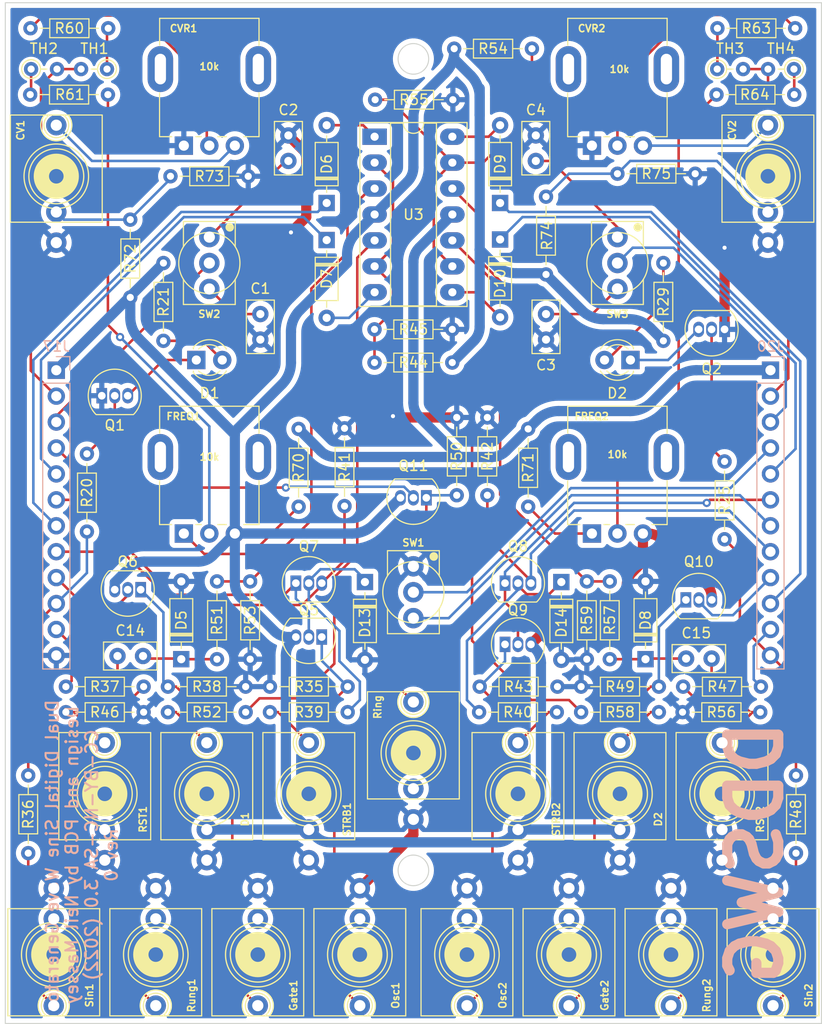
<source format=kicad_pcb>
(kicad_pcb (version 20211014) (generator pcbnew)
  (layers (0 "F.Cu" signal) (31 "B.Cu" signal) (34 "B.Paste" user) (35 "F.Paste" user) (36 "B.SilkS" user "B.Silkscreen") (37 "F.SilkS" user "F.Silkscreen") (38 "B.Mask" user) (39 "F.Mask" user) (44 "Edge.Cuts" user))
  (net 0 "")
  (net 1 "Net-(C14-Pad1)")
  (net 2 "Net-(C14-Pad2)")
  (net 3 "Net-(C15-Pad1)")
  (net 4 "Net-(C15-Pad2)")
  (net 5 "GND")
  (net 6 "Net-(CVR1-Pad2)")
  (net 7 "Net-(CVR1-Pad3)")
  (net 8 "Net-(CVR2-Pad2)")
  (net 9 "Net-(CVR2-Pad3)")
  (net 10 "Net-(D1-Pad1)")
  (net 11 "Net-(D1-Pad2)")
  (net 12 "Net-(D2-Pad1)")
  (net 13 "Net-(D2-Pad2)")
  (net 14 "Rst1")
  (net 15 "Net-(D6-Pad2)")
  (net 16 "D1")
  (net 17 "Net-(D7-Pad2)")
  (net 18 "Rst2")
  (net 19 "Net-(D9-Pad2)")
  (net 20 "D2")
  (net 21 "Net-(D10-Pad2)")
  (net 22 "Net-(FREQ1-Pad2)")
  (net 23 "12v")
  (net 24 "Net-(FREQ2-Pad2)")
  (net 25 "Net-(J4-PadT)")
  (net 26 "Net-(J5-PadT)")
  (net 27 "Net-(J6-PadT)")
  (net 29 "Net-(J7-PadT)")
  (net 31 "Net-(J8-PadT)")
  (net 33 "Net-(J9-PadT)")
  (net 35 "Net-(J11-PadT)")
  (net 36 "Net-(J12-PadT)")
  (net 38 "Net-(J13-PadT)")
  (net 40 "Net-(J14-PadT)")
  (net 42 "Net-(J15-PadT)")
  (net 44 "Net-(J16-PadT)")
  (net 46 "Osc1")
  (net 47 "Sin1")
  (net 48 "Rung1")
  (net 49 "QA8")
  (net 50 "RM")
  (net 51 "Clk1")
  (net 52 "CV1")
  (net 53 "-12v")
  (net 54 "Net-(J19-PadT)")
  (net 55 "Osc2")
  (net 56 "Sin2")
  (net 57 "Rung2")
  (net 58 "QB8")
  (net 59 "Osc3")
  (net 60 "Clk2")
  (net 61 "CV2")
  (net 62 "Osc3sw")
  (net 63 "Net-(Q1-Pad2)")
  (net 64 "Net-(Q2-Pad2)")
  (net 65 "Net-(C1-Pad1)")
  (net 66 "Net-(C2-Pad1)")
  (net 67 "Net-(R44-Pad2)")
  (net 68 "Net-(R51-Pad1)")
  (net 69 "Net-(R52-Pad1)")
  (net 70 "Net-(R54-Pad2)")
  (net 71 "Net-(R57-Pad1)")
  (net 72 "Net-(R58-Pad1)")
  (net 73 "Net-(R60-Pad2)")
  (net 74 "Net-(R61-Pad2)")
  (net 75 "Net-(R63-Pad2)")
  (net 76 "Net-(R64-Pad2)")
  (net 77 "Net-(C3-Pad1)")
  (net 78 "Net-(FREQ1-Pad1)")
  (net 79 "Net-(FREQ2-Pad1)")
  (net 80 "Net-(J21-PadTN)")
  (net 81 "Net-(J22-PadTN)")
  (net 82 "Net-(C4-Pad1)")
  (net 83 "Net-(D13-Pad1)")
  (net 84 "Net-(D14-Pad1)")
  (net 85 "RATESEL1")
  (net 86 "RATESEL2")
  (footprint "Resistor_THT:R_Axial_DIN0204_L3.6mm_D1.6mm_P7.62mm_Horizontal" (layer "F.Cu") (at 13.56 69.5 180)
    (fp_text reference "R46")
    (fp_text value "100k")
  )
  (footprint "Resistor_THT:R_Axial_DIN0204_L3.6mm_D1.6mm_P7.62mm_Horizontal" (layer "F.Cu") (at 2.25 75.69 -90)
    (fp_text reference "R36")
    (fp_text value "1k")
  )
  (footprint "Resistor_THT:R_Axial_DIN0204_L3.6mm_D1.6mm_P7.62mm_Horizontal" (layer "F.Cu") (at 36.19 32)
    (fp_text reference "R45")
    (fp_text value "15k")
  )
  (footprint "Package_TO_SOT_THT:TO-92_Inline" (layer "F.Cu") (at 70.5 32 180)
    (fp_text reference "Q2")
    (fp_text value "2N3904")
  )
  (footprint "Resistor_THT:R_Axial_DIN0204_L3.6mm_D1.6mm_P7.62mm_Horizontal" (layer "F.Cu") (at 70.5 44.94 -90)
    (fp_text reference "R25")
    (fp_text value "100k")
  )
  (footprint "LED_THT:LED_D3.0mm" (layer "F.Cu") (at 61.275 35 180)
    (fp_text reference "D2")
    (fp_text value "LED")
  )
  (footprint "winterbloom:AudioJack_WQP518MA" (layer "F.Cu") (at 75.25 93.25 180)
    (fp_text reference "J14" hide)
    (fp_text value "Sin2")
  )
  (footprint "Resistor_THT:R_Axial_DIN0204_L3.6mm_D1.6mm_P7.62mm_Horizontal" (layer "F.Cu") (at 46.5 67)
    (fp_text reference "R43")
    (fp_text value "1k")
  )
  (footprint "Resistor_THT:R_Axial_DIN0204_L3.6mm_D1.6mm_P2.54mm_Vertical" (layer "F.Cu") (at 9.97 6.5 180)
    (fp_text reference "TH1")
    (fp_text value "10k")
  )
  (footprint "winterbloom:AudioJack_WQP518MA" (layer "F.Cu") (at 60.25 77.5)
    (fp_text reference "J19" hide)
    (fp_text value "D2")
  )
  (footprint "winterbloom:AudioJack_WQP518MA" (layer "F.Cu") (at 74.75 17)
    (fp_text reference "J22" hide)
    (fp_text value "CV2")
  )
  (footprint "winterbloom:Potentiometer_Alpha_R0904N" (layer "F.Cu") (at 20 6.5)
    (fp_text reference "CVR1")
    (fp_text value "10k")
  )
  (footprint "Diode_THT:D_DO-35_SOD27_P7.62mm_Horizontal" (layer "F.Cu") (at 17.25 64.31 90)
    (fp_text reference "D5")
    (fp_text value "1N4148")
  )
  (footprint "winterbloom:AudioJack_WQP518MA" (layer "F.Cu") (at 55.25 93.25 180)
    (fp_text reference "J15" hide)
    (fp_text value "Gate2")
  )
  (footprint "Resistor_THT:R_Axial_DIN0204_L3.6mm_D1.6mm_P7.62mm_Horizontal" (layer "F.Cu") (at 16.19 17)
    (fp_text reference "R73")
    (fp_text value "22k")
  )
  (footprint "Package_TO_SOT_THT:TO-92_Inline" (layer "F.Cu") (at 66.71 58.5)
    (fp_text reference "Q10")
    (fp_text value "2N3904")
  )
  (footprint "winterbloom:AudioJack_WQP518MA" (layer "F.Cu") (at 14.75 93.25 180)
    (fp_text reference "J8" hide)
    (fp_text value "Rung1")
  )
  (footprint "Package_TO_SOT_THT:TO-92_Inline" (layer "F.Cu") (at 13.27 57.5 180)
    (fp_text reference "Q6")
    (fp_text value "2N3904")
  )
  (footprint "Capacitor_THT:C_Disc_D5.0mm_W2.5mm_P2.50mm" (layer "F.Cu") (at 66.73 64.25)
    (fp_text reference "C15")
    (fp_text value "10nF")
  )
  (footprint "Resistor_THT:R_Axial_DIN0204_L3.6mm_D1.6mm_P7.62mm_Horizontal" (layer "F.Cu") (at 15.94 67)
    (fp_text reference "R38")
    (fp_text value "1k")
  )
  (footprint "Resistor_THT:R_Axial_DIN0204_L3.6mm_D1.6mm_P2.54mm_Vertical" (layer "F.Cu") (at 69.78 6.5)
    (fp_text reference "TH3")
    (fp_text value "10k")
  )
  (footprint "Capacitor_THT:C_Disc_D5.0mm_W2.5mm_P2.50mm" (layer "F.Cu") (at 52 15.5 90)
    (fp_text reference "C4")
    (fp_text value "100nF")
  )
  (footprint "Resistor_THT:R_Axial_DIN0204_L3.6mm_D1.6mm_P7.62mm_Horizontal" (layer "F.Cu") (at 53 26.62 90)
    (fp_text reference "R74")
    (fp_text value "100k")
  )
  (footprint "Package_TO_SOT_THT:TO-92_Inline" (layer "F.Cu") (at 31.02 62.14 180)
    (fp_text reference "Q5")
    (fp_text value "2N3904")
  )
  (footprint "winterbloom:Potentiometer_Alpha_R0904N" (layer "F.Cu") (at 20 44.5)
    (fp_text reference "FREQ1")
    (fp_text value "10k")
  )
  (footprint "winterbloom:Potentiometer_Alpha_R0904N" (layer "F.Cu") (at 60 6.5)
    (fp_text reference "CVR2")
    (fp_text value "10k")
  )
  (footprint "winterbloom:AudioJack_WQP518MA" (layer "F.Cu") (at 9.75 77.5)
    (fp_text reference "J10" hide)
    (fp_text value "RST1")
  )
  (footprint "winterbloom:AudioJack_WQP518MA" (layer "F.Cu") (at 24.75 93.25 180)
    (fp_text reference "J9" hide)
    (fp_text value "Gate1")
  )
  (footprint "winterbloom:Miniature_Switch_SPDT_2.54MM" (layer "F.Cu") (at 40 57.75)
    (fp_text reference "SW1")
    (fp_text value "SW_SPDT")
  )
  (footprint "Resistor_THT:R_Axial_DIN0204_L3.6mm_D1.6mm_P7.62mm_Horizontal" (layer "F.Cu") (at 69.71 9)
    (fp_text reference "R64")
    (fp_text value "100k")
  )
  (footprint "Capacitor_THT:C_Disc_D5.0mm_W2.5mm_P2.50mm" (layer "F.Cu") (at 53 30.5 -90)
    (fp_text reference "C3")
    (fp_text value "1nF")
  )
  (footprint "Resistor_THT:R_Axial_DIN0204_L3.6mm_D1.6mm_P7.62mm_Horizontal" (layer "F.Cu") (at 2.47 2.5)
    (fp_text reference "R60")
    (fp_text value "100k")
  )
  (footprint "Resistor_THT:R_Axial_DIN0204_L3.6mm_D1.6mm_P7.62mm_Horizontal" (layer "F.Cu") (at 12.25 28.87 90)
    (fp_text reference "R72")
    (fp_text value "100k")
  )
  (footprint "Resistor_THT:R_Axial_DIN0204_L3.6mm_D1.6mm_P7.62mm_Horizontal" (layer "F.Cu") (at 33.56 67 180)
    (fp_text reference "R35")
    (fp_text value "1k")
  )
  (footprint "Diode_THT:D_DO-35_SOD27_P7.62mm_Horizontal" (layer "F.Cu") (at 35.25 56.75 -90)
    (fp_text reference "D13")
    (fp_text value "BAT42")
  )
  (footprint "winterbloom:AudioJack_WQP518MA" (layer "F.Cu") (at 19.75 77.5)
    (fp_text reference "J11" hide)
    (fp_text value "D1")
  )
  (footprint "Resistor_THT:R_Axial_DIN0204_L3.6mm_D1.6mm_P7.62mm_Horizontal" (layer "F.Cu") (at 74.06 67 180)
    (fp_text reference "R47")
    (fp_text value "1k")
  )
  (footprint "Resistor_THT:R_Axial_DIN0204_L3.6mm_D1.6mm_P7.62mm_Horizontal" (layer "F.Cu") (at 64.5 33.12 90)
    (fp_text reference "R29")
    (fp_text value "1k")
  )
  (footprint "Resistor_THT:R_Axial_DIN0204_L3.6mm_D1.6mm_P7.62mm_Horizontal" (layer "F.Cu") (at 57 56.69 -90)
    (fp_text reference "R59")
    (fp_text value "100k")
  )
  (footprint "winterbloom:AudioJack_WQP518MA" (layer "F.Cu") (at 50.25 77.5)
    (fp_text reference "J5" hide)
    (fp_text value "STRB2")
  )
  (footprint "winterbloom:AudioJack_WQP518MA" (layer "F.Cu") (at 29.75 77.5)
    (fp_text reference "J4" hide)
    (fp_text value "STRB1")
  )
  (footprint "winterbloom:AudioJack_WQP518MA" (layer "F.Cu") (at 4.75 93.25 180)
    (fp_text reference "J7" hide)
    (fp_text value "Sin1")
  )
  (footprint "Resistor_THT:R_Axial_DIN0204_L3.6mm_D1.6mm_P7.62mm_Horizontal" (layer "F.Cu") (at 77.5 75.69 -90)
    (fp_text reference "R48")
    (fp_text value "1k")
  )
  (footprint "Resistor_THT:R_Axial_DIN0204_L3.6mm_D1.6mm_P7.62mm_Horizontal" (layer "F.Cu") (at 56.44 69.5)
    (fp_text reference "R58")
    (fp_text value "100k")
  )
  (footprint "Diode_THT:D_DO-35_SOD27_P7.62mm_Horizontal" (layer "F.Cu") (at 31.5 19.62 90)
    (fp_text reference "D6")
    (fp_text value "1N4148")
  )
  (footprint "Resistor_THT:R_Axial_DIN0204_L3.6mm_D1.6mm_P7.62mm_Horizontal" (layer "F.Cu") (at 47.25 40.63 -90)
    (fp_text reference "R42")
    (fp_text value "100k")
  )
  (footprint "Package_TO_SOT_THT:TO-92_Inline" (layer "F.Cu") (at 41.27 48.5 180)
    (fp_text reference "Q11")
    (fp_text value "2N3904")
  )
  (footprint "Package_TO_SOT_THT:TO-92_Inline" (layer "F.Cu") (at 28.48 56.86)
    (fp_text reference "Q7")
    (fp_text value "2N3904")
  )
  (footprint "Diode_THT:D_DO-35_SOD27_P7.62mm_Horizontal" (layer "F.Cu") (at 62.75 64.31 90)
    (fp_text reference "D8")
    (fp_text value "1N4148")
  )
  (footprint "Resistor_THT:R_Axial_DIN0204_L3.6mm_D1.6mm_P2.54mm_Vertical" (layer "F.Cu") (at 77.3 6.5 180)
    (fp_text reference "TH4")
    (fp_text value "10k")
  )
  (footprint "winterbloom:AudioJack_WQP518MA" (layer "F.Cu") (at 40 73.5)
    (fp_text reference "J16" hide)
    (fp_text value "Ring")
  )
  (footprint "winterbloom:AudioJack_WQP518MA" (layer "F.Cu") (at 45.25 93.25 180)
    (fp_text reference "J12" hide)
    (fp_text value "Osc2")
  )
  (footprint "Diode_THT:D_DO-35_SOD27_P7.62mm_Horizontal" (layer "F.Cu") (at 48.5 19.62 90)
    (fp_text reference "D9")
    (fp_text value "1N4148")
  )
  (footprint "Resistor_THT:R_Axial_DIN0204_L3.6mm_D1.6mm_P7.62mm_Horizontal" (layer "F.Cu") (at 77.42 2.5 180)
    (fp_text reference "R63")
    (fp_text value "100k")
  )
  (footprint "winterbloom:AudioJack_WQP518MA" (layer "F.Cu") (at 34.75 93.25 180)
    (fp_text reference "J6" hide)
    (fp_text value "Osc1")
  )
  (footprint "Resistor_THT:R_Axial_DIN0204_L3.6mm_D1.6mm_P7.62mm_Horizontal" (layer "F.Cu") (at 51.25 49.37 90)
    (fp_text reference "R71")
    (fp_text value "1k")
  )
  (footprint "Resistor_THT:R_Axial_DIN0204_L3.6mm_D1.6mm_P7.62mm_Horizontal" (layer "F.Cu") (at 59.25 56.69 -90)
    (fp_text reference "R57")
    (fp_text value "47k")
  )
  (footprint "Capacitor_THT:C_Disc_D5.0mm_W2.5mm_P2.50mm" (layer "F.Cu") (at 27.75 15.5 90)
    (fp_text reference "C2")
    (fp_text value "100nF")
  )
  (footprint "winterbloom:AudioJack_WQP518MA" (layer "F.Cu") (at 5 17)
    (fp_text reference "J21" hide)
    (fp_text value "CV1")
  )
  (footprint "Resistor_THT:R_Axial_DIN0204_L3.6mm_D1.6mm_P7.62mm_Horizontal" (layer "F.Cu") (at 36.25 9.5)
    (fp_text reference "R55")
    (fp_text value "15k")
  )
  (footprint "LED_THT:LED_D3.0mm" (layer "F.Cu") (at 18.725 35)
    (fp_text reference "D1")
    (fp_text value "LED")
  )
  (footprint "Capacitor_THT:C_Disc_D5.0mm_W2.5mm_P2.50mm" (layer "F.Cu") (at 25 30.5 -90)
    (fp_text reference "C1")
    (fp_text value "1nF")
  )
  (footprint "Resistor_THT:R_Axial_DIN0204_L3.6mm_D1.6mm_P7.62mm_Horizontal" (layer "F.Cu") (at 33.25 41.69 -90)
    (fp_text reference "R41")
    (fp_text value "100k")
  )
  (footprint "Resistor_THT:R_Axial_DIN0204_L3.6mm_D1.6mm_P7.62mm_Horizontal" (layer "F.Cu") (at 64.06 67 180)
    (fp_text reference "R49")
    (fp_text value "1k")
  )
  (footprint "winterbloom:AudioJack_WQP518MA" (layer "F.Cu") (at 65.25 93.25 180)
    (fp_text reference "J13" hide)
    (fp_text value "Rung2")
  )
  (footprint "Resistor_THT:R_Axial_DIN0204_L3.6mm_D1.6mm_P7.62mm_Horizontal" (layer "F.Cu") (at 8 44.19 -90)
    (fp_text reference "R20")
    (fp_text value "100k")
  )
  (footprint "Diode_THT:D_DO-35_SOD27_P7.62mm_Horizontal" (layer "F.Cu") (at 54.5 56.75 -90)
    (fp_text reference "D14")
    (fp_text value "BAT42")
  )
  (footprint "winterbloom:Potentiometer_Alpha_R0904N" (layer "F.Cu") (at 60 44.5)
    (fp_text reference "FREQ2")
    (fp_text value "10k")
  )
  (footprint "Resistor_THT:R_Axial_DIN0204_L3.6mm_D1.6mm_P7.62mm_Horizontal" (layer "F.Cu") (at 43.81 35.25 180)
    (fp_text reference "R44")
    (fp_text value "100k")
  )
  (footprint "winterbloom:Miniature_Switch_SPDT_2.54MM" (layer "F.Cu") (at 60 25.5)
    (fp_text reference "SW3")
    (fp_text value "SW_SPDT")
  )
  (footprint "Package_DIP:DIP-14_W7.62mm_Socket_LongPads" (layer "F.Cu") (at 36.2 13.125)
    (fp_text reference "U3")
    (fp_text value "TL074")
  )
  (footprint "Resistor_THT:R_Axial_DIN0204_L3.6mm_D1.6mm_P7.62mm_Horizontal" (layer "F.Cu") (at 44 4.5)
    (fp_text reference "R54")
    (fp_text value "100k")
  )
  (footprint "Resistor_THT:R_Axial_DIN0204_L3.6mm_D1.6mm_P7.62mm_Horizontal" (layer "F.Cu") (at 15.5 25.5 -90)
    (fp_text reference "R21")
    (fp_text value "1k")
  )
  (footprint "Package_TO_SOT_THT:TO-92_Inline" (layer "F.Cu") (at 48.98 62.86)
    (fp_text reference "Q9")
    (fp_text value "2N3904")
  )
  (footprint "Package_TO_SOT_THT:TO-92_Inline" (layer "F.Cu") (at 9.46 38.5)
    (fp_text reference "Q1")
    (fp_text value "2N3904")
  )
  (footprint "winterbloom:AudioJack_WQP518MA" (layer "F.Cu") (at 70.25 77.5)
    (fp_text reference "J18" hide)
    (fp_text value "RST2")
  )
  (footprint "Resistor_THT:R_Axial_DIN0204_L3.6mm_D1.6mm_P7.62mm_Horizontal" (layer "F.Cu") (at 44.25 48.25 90)
    (fp_text reference "R50")
    (fp_text value "1k")
  )
  (footprint "Resistor_THT:R_Axial_DIN0204_L3.6mm_D1.6mm_P7.62mm_Horizontal" (layer "F.Cu") (at 54.06 69.5 180)
    (fp_text reference "R40")
    (fp_text value "100k")
  )
  (footprint "Resistor_THT:R_Axial_DIN0204_L3.6mm_D1.6mm_P7.62mm_Horizontal" (layer "F.Cu") (at 24 56.69 -90)
    (fp_text reference "R53")
    (fp_text value "100k")
  )
  (footprint "Diode_THT:D_DO-35_SOD27_P7.62mm_Horizontal" (layer "F.Cu") (at 31.5 23.25 -90)
    (fp_text reference "D7")
    (fp_text value "1N4148")
  )
  (footprint "winterbloom:Miniature_Switch_SPDT_2.54MM" (layer "F.Cu") (at 20 25.5)
    (fp_text reference "SW2")
    (fp_text value "SW_SPDT")
  )
  (footprint "Capacitor_THT:C_Disc_D5.0mm_W2.5mm_P2.50mm" (layer "F.Cu") (at 13.5 64 180)
    (fp_text reference "C14")
    (fp_text value "10nF")
  )
  (footprint "Resistor_THT:R_Axial_DIN0204_L3.6mm_D1.6mm_P7.62mm_Horizontal" (layer "F.Cu") (at 28.75 49.37 90)
    (fp_text reference "R70")
    (fp_text value "1k")
  )
  (footprint "Diode_THT:D_DO-35_SOD27_P7.62mm_Horizontal" (layer "F.Cu") (at 48.5 23.19 -90)
    (fp_text reference "D10")
    (fp_text value "1N4148")
  )
  (footprint "Resistor_THT:R_Axial_DIN0204_L3.6mm_D1.6mm_P7.62mm_Horizontal" (layer "F.Cu") (at 20.75 56.69 -90)
    (fp_text reference "R51")
    (fp_text value "47k")
  )
  (footprint "Resistor_THT:R_Axial_DIN0204_L3.6mm_D1.6mm_P7.62mm_Horizontal" (layer "F.Cu") (at 25.94 69.5)
    (fp_text reference "R39")
    (fp_text value "100k")
  )
  (footprint "Resistor_THT:R_Axial_DIN0204_L3.6mm_D1.6mm_P7.62mm_Horizontal" (layer "F.Cu") (at 66.38 69.5)
    (fp_text reference "R56")
    (fp_text value "100k")
  )
  (footprint "Resistor_THT:R_Axial_DIN0204_L3.6mm_D1.6mm_P7.62mm_Horizontal" (layer "F.Cu") (at 23.56 69.5 180)
    (fp_text reference "R52")
    (fp_text value "100k")
  )
  (footprint "Package_TO_SOT_THT:TO-92_Inline" (layer "F.Cu") (at 48.98 56.86)
    (fp_text reference "Q8")
    (fp_text value "2N3904")
  )
  (footprint "Resistor_THT:R_Axial_DIN0204_L3.6mm_D1.6mm_P7.62mm_Horizontal" (layer "F.Cu") (at 60 16.75)
    (fp_text reference "R75")
    (fp_text value "22k")
  )
  (footprint "Resistor_THT:R_Axial_DIN0204_L3.6mm_D1.6mm_P2.54mm_Vertical" (layer "F.Cu") (at 2.53 6.5)
    (fp_text reference "TH2")
    (fp_text value "10k")
  )
  (footprint "Resistor_THT:R_Axial_DIN0204_L3.6mm_D1.6mm_P7.62mm_Horizontal" (layer "F.Cu") (at 10.06 9 180)
    (fp_text reference "R61")
    (fp_text value "100k")
  )
  (footprint "Resistor_THT:R_Axial_DIN0204_L3.6mm_D1.6mm_P7.62mm_Horizontal" (layer "F.Cu") (at 5.94 67)
    (fp_text reference "R37")
    (fp_text value "1k")
  )
  (footprint "Connector_PinHeader_2.54mm:PinHeader_1x12_P2.54mm_Vertical" (layer "B.Cu") (at 75 36 180)
    (fp_text reference "J20")
    (fp_text value "~" hide)
  )
  (footprint "Connector_PinHeader_2.54mm:PinHeader_1x12_P2.54mm_Vertical" (layer "B.Cu") (at 5 36 180)
    (fp_text reference "J17")
    (fp_text value "~" hide)
  )
  (gr_line (start 0 0) (end 0 100) (layer "Edge.Cuts") (width 0.1))
  (gr_circle (center 40 85) (end 41.5 85) (layer "Edge.Cuts") (width 0.1) (fill none))
  (gr_line (start 80 100) (end 80 0) (layer "Edge.Cuts") (width 0.1))
  (gr_line (start 80 0) (end 0 0) (layer "Edge.Cuts") (width 0.1))
  (gr_line (start 0 100) (end 80 100) (layer "Edge.Cuts") (width 0.1))
  (gr_circle (center 40 5.5) (end 41.5 5.5) (layer "Edge.Cuts") (width 0.1) (fill none))
  (gr_text "DDSWG" (at 73.5 83.25 90) (layer "B.SilkS") (effects (font (size 5 5) (thickness 1)) (justify mirror)))
  (gr_text "Dual Digital Sine Wave Generator\nDesign and PCB by Neil Massey\nCC-BY-NC-SA 3.0 (2022)\nRev 0" (at 7.5 83.5 90) (layer "B.SilkS") (effects (font (size 1.2 1.2) (thickness 0.2)) (justify mirror)))
  (segment (start 13.5 64.25) (end 17.19 64.25) (width 0.25) (layer "F.Cu") (net 1))
  (segment (start 17.19 64.25) (end 17.25 64.31) (width 0.25) (layer "F.Cu") (net 1))
  (segment (start 17.25 64.31) (end 20.75 64.31) (width 0.25) (layer "F.Cu") (net 1))
  (segment (start 9.875 72.625) (end 6.75 69.5) (width 0.25) (layer "F.Cu") (net 2))
  (segment (start 8.44 69.5) (end 11 66.94) (width 0.25) (layer "F.Cu") (net 2))
  (segment (start 6.75 69.5) (end 5.94 69.5) (width 0.25) (layer "F.Cu") (net 2))
  (segment (start 11 66.94) (end 11 64.25) (width 0.25) (layer "F.Cu") (net 2))
  (segment (start 5.94 69.5) (end 8.44 69.5) (width 0.25) (layer "F.Cu") (net 2))
  (segment (start 66.73 64.25) (end 62.81 64.25) (width 0.25) (layer "F.Cu") (net 3))
  (segment (start 59.25 64.31) (end 62.75 64.31) (width 0.25) (layer "F.Cu") (net 3))
  (segment (start 62.81 64.25) (end 62.75 64.31) (width 0.25) (layer "F.Cu") (net 3))
  (segment (start 69.23 65.73) (end 73 69.5) (width 0.25) (layer "F.Cu") (net 4))
  (segment (start 73.25 69.5) (end 74 69.5) (width 0.25) (layer "F.Cu") (net 4))
  (segment (start 69.23 64.25) (end 69.23 65.73) (width 0.25) (layer "F.Cu") (net 4))
  (segment (start 70.25 72.5) (end 73.25 69.5) (width 0.25) (layer "F.Cu") (net 4))
  (segment (start 73 69.5) (end 74.06 69.5) (width 0.25) (layer "F.Cu") (net 4))
  (segment (start 40 81.5) (end 40 80) (width 1) (layer "F.Cu") (net 5))
  (segment (start 29.5 21) (end 29.5 14.75) (width 1) (layer "F.Cu") (net 5))
  (segment (start 38 40.5) (end 38.13 40.63) (width 1) (layer "F.Cu") (net 5))
  (segment (start 28 22.5) (end 29.5 21) (width 1) (layer "F.Cu") (net 5))
  (segment (start 70.5 32) (end 70.5 24) (width 1) (layer "F.Cu") (net 5))
  (segment (start 38.13 40.63) (end 44.25 40.63) (width 1) (layer "F.Cu") (net 5))
  (segment (start 29.5 14.75) (end 27.75 13) (width 1) (layer "F.Cu") (net 5))
  (segment (start 34.75 86.75) (end 40 81.5) (width 1) (layer "F.Cu") (net 5))
  (via (at 70.5 24) (size 0.8) (drill 0.4) (layers "F.Cu" "B.Cu") (net 5))
  (via (at 28 22.5) (size 0.8) (drill 0.4) (layers "F.Cu" "B.Cu") (net 5))
  (via (at 38 40.5) (size 0.8) (drill 0.4) (layers "F.Cu" "B.Cu") (net 5))
  (segment (start 13.25 1.25) (end 19.75 7.75) (width 0.25) (layer "F.Cu") (net 6))
  (segment (start 2.47 2.5) (end 3.72 1.25) (width 0.25) (layer "F.Cu") (net 6))
  (segment (start 3.72 1.25) (end 13.25 1.25) (width 0.25) (layer "F.Cu") (net 6))
  (segment (start 19.75 7.75) (end 19.75 14) (width 0.25) (layer "F.Cu") (net 6))
  (segment (start 21 15.5) (end 22.5 14) (width 0.25) (layer "B.Cu") (net 7))
  (segment (start 5 12) (end 8.5 15.5) (width 0.25) (layer "B.Cu") (net 7))
  (segment (start 8.5 15.5) (end 21 15.5) (width 0.25) (layer "B.Cu") (net 7))
  (segment (start 60 8.059151) (end 66.859151 1.2) (width 0.25) (layer "F.Cu") (net 8))
  (segment (start 76.12 1.2) (end 77.42 2.5) (width 0.25) (layer "F.Cu") (net 8))
  (segment (start 66.859151 1.2) (end 76.12 1.2) (width 0.25) (layer "F.Cu") (net 8))
  (segment (start 60 14) (end 60 8.059151) (width 0.25) (layer "F.Cu") (net 8))
  (segment (start 72.75 14) (end 74.75 12) (width 0.25) (layer "B.Cu") (net 9))
  (segment (start 62.5 14) (end 72.75 14) (width 0.25) (layer "B.Cu") (net 9))
  (segment (start 15.5 35) (end 12 38.5) (width 0.25) (layer "F.Cu") (net 10))
  (segment (start 18.725 35) (end 15.5 35) (width 0.25) (layer "F.Cu") (net 10))
  (segment (start 15.5 33.12) (end 19.385 33.12) (width 0.25) (layer "F.Cu") (net 11))
  (segment (start 19.385 33.12) (end 21.265 35) (width 0.25) (layer "F.Cu") (net 11))
  (segment (start 64.96 35) (end 67.96 32) (width 0.25) (layer "B.Cu") (net 12))
  (segment (start 61.275 35) (end 64.96 35) (width 0.25) (layer "B.Cu") (net 12))
  (segment (start 58.735 35) (end 59 35) (width 0.25) (layer "F.Cu") (net 13))
  (segment (start 59 35) (end 64.5 29.5) (width 0.25) (layer "F.Cu") (net 13))
  (segment (start 64.5 29.5) (end 64.5 25.5) (width 0.25) (layer "F.Cu") (net 13))
  (segment (start 30.62 20.5) (end 31.5 19.62) (width 0.25) (layer "B.Cu") (net 14))
  (segment (start 5 51.24) (end 2.75 48.99) (width 0.25) (layer "B.Cu") (net 14))
  (segment (start 17.25 20.5) (end 30.62 20.5) (width 0.25) (layer "B.Cu") (net 14))
  (segment (start 2.75 35) (end 17.25 20.5) (width 0.25) (layer "B.Cu") (net 14))
  (segment (start 2.75 48.99) (end 2.75 35) (width 0.25) (layer "B.Cu") (net 14))
  (segment (start 31.5 12) (end 35.075 12) (width 0.25) (layer "F.Cu") (net 15))
  (segment (start 35.075 12) (end 36.2 13.125) (width 0.25) (layer "F.Cu") (net 15))
  (segment (start 17.5 21) (end 29.25 21) (width 0.25) (layer "B.Cu") (net 16))
  (segment (start 3.5 44.66) (end 3.5 35) (width 0.25) (layer "B.Cu") (net 16))
  (segment (start 3.5 35) (end 17.5 21) (width 0.25) (layer "B.Cu") (net 16))
  (segment (start 29.25 21) (end 31.5 23.25) (width 0.25) (layer "B.Cu") (net 16))
  (segment (start 5 46.16) (end 3.5 44.66) (width 0.25) (layer "B.Cu") (net 16))
  (segment (start 31.5 30.87) (end 33.695 30.87) (width 0.25) (layer "B.Cu") (net 17))
  (segment (start 33.695 30.87) (end 36.2 28.365) (width 0.25) (layer "B.Cu") (net 17))
  (segment (start 77.919002 35.119336) (end 77.919002 55.940998) (width 0.25) (layer "B.Cu") (net 18))
  (segment (start 49.38 20.5) (end 63.299666 20.5) (width 0.25) (layer "B.Cu") (net 18))
  (segment (start 63.299666 20.5) (end 77.919002 35.119336) (width 0.25) (layer "B.Cu") (net 18))
  (segment (start 77.919002 55.940998) (end 75 58.86) (width 0.25) (layer "B.Cu") (net 18))
  (segment (start 48.5 19.62) (end 49.38 20.5) (width 0.25) (layer "B.Cu") (net 18))
  (segment (start 43.82 13.125) (end 47.375 13.125) (width 0.25) (layer "F.Cu") (net 19))
  (segment (start 47.375 13.125) (end 48.5 12) (width 0.25) (layer "F.Cu") (net 19))
  (segment (start 48.5 23.19) (end 50.69 21) (width 0.25) (layer "B.Cu") (net 20))
  (segment (start 63.149833 21) (end 77.459501 35.309668) (width 0.25) (layer "B.Cu") (net 20))
  (segment (start 50.69 21) (end 63.149833 21) (width 0.25) (layer "B.Cu") (net 20))
  (segment (start 77.459501 43.700499) (end 75 46.16) (width 0.25) (layer "B.Cu") (net 20))
  (segment (start 77.459501 35.309668) (end 77.459501 43.700499) (width 0.25) (layer "B.Cu") (net 20))
  (segment (start 46.055 28.365) (end 48.5 30.81) (width 0.25) (layer "F.Cu") (net 21))
  (segment (start 43.82 28.365) (end 46.055 28.365) (width 0.25) (layer "F.Cu") (net 21))
  (segment (start 10.06 9) (end 10.06 31.56) (width 0.25) (layer "F.Cu") (net 22))
  (segment (start 10.06 31.56) (end 11.25 32.75) (width 0.25) (layer "F.Cu") (net 22))
  (via (at 11.25 32.75) (size 0.8) (drill 0.4) (layers "F.Cu" "B.Cu") (net 22))
  (segment (start 20 41.5) (end 11.25 32.75) (width 0.25) (layer "B.Cu") (net 22))
  (segment (start 20 52) (end 20 41.5) (width 0.25) (layer "B.Cu") (net 22))
  (segment (start 61.485787 55.764213) (end 61.914214 55.335786) (width 1) (layer "F.Cu") (net 23))
  (segment (start 60.9 58.521573) (end 60.9 57.178427) (width 1) (layer "F.Cu") (net 23))
  (segment (start 51.52 62.86) (end 52.38 62) (width 1) (layer "F.Cu") (net 23))
  (segment (start 69.25 58.305635) (end 69.25 58.5) (width 1) (layer "F.Cu") (net 23))
  (segment (start 62.5 52) (end 62.944365 52) (width 1) (layer "F.Cu") (net 23))
  (segment (start 62.5 53.921573) (end 62.5 52) (width 1) (layer "F.Cu") (net 23))
  (segment (start 64.358579 52.585787) (end 68.664214 56.891422) (width 1) (layer "F.Cu") (net 23))
  (segment (start 59.12868 61.12132) (end 60.314214 59.935786) (width 1) (layer "F.Cu") (net 23))
  (segment (start 52.38 62) (end 57.007359 62) (width 1) (layer "F.Cu") (net 23))
  (arc (start 60.9 57.178427) (mid 61.052241 56.41306) (end 61.485787 55.764213) (width 1) (layer "F.Cu") (net 23))
  (arc (start 60.314214 59.935786) (mid 60.747759 59.28694) (end 60.9 58.521573) (width 1) (layer "F.Cu") (net 23))
  (arc (start 68.664214 56.891422) (mid 69.097759 57.540268) (end 69.25 58.305635) (width 1) (layer "F.Cu") (net 23))
  (arc (start 61.914214 55.335786) (mid 62.347759 54.68694) (end 62.5 53.921573) (width 1) (layer "F.Cu") (net 23))
  (arc (start 64.358579 52.585787) (mid 63.709732 52.152241) (end 62.944365 52) (width 1) (layer "F.Cu") (net 23))
  (arc (start 57.007359 62) (mid 58.15541 61.771638) (end 59.12868 61.12132) (width 1) (layer "F.Cu") (net 23))
  (segment (start 12.25 28.87) (end 12.25 28.75) (width 1) (layer "B.Cu") (net 23))
  (segment (start 13.12868 32.935701) (end 22.5 42.307021) (width 1) (layer "B.Cu") (net 23))
  (segment (start 52.5 77.921573) (end 52.5 64.668427) (width 1) (layer "B.Cu") (net 23))
  (segment (start 28.48 62.14) (end 27.783427 62.14) (width 1) (layer "B.Cu") (net 23))
  (segment (start 46.5 11) (end 46.5 8.38545) (width 1) (layer "B.Cu") (net 23))
  (segment (start 58.622641 31) (end 61.137359 31) (width 1) (layer "B.Cu") (net 23))
  (segment (start 22.5 42.307021) (end 22.5 52) (width 1) (layer "B.Cu") (net 23))
  (segment (start 36.2 20.745) (end 39.414214 17.530786) (width 1) (layer "B.Cu") (net 23))
  (segment (start 50.25 81) (end 60.25 81) (width 1) (layer "B.Cu") (net 23))
  (segment (start 52.88 26.5) (end 53 26.62) (width 1) (layer "B.Cu") (net 23))
  (segment (start 51.914213 63.254213) (end 51.52 62.86) (width 1) (layer "B.Cu") (net 23))
  (segment (start 22.5 52) (end 20.335786 54.164214) (width 1) (layer "B.Cu") (net 23))
  (segment (start 36.10868 51.12132) (end 38.73 48.5) (width 1) (layer "B.Cu") (net 23))
  (segment (start 53 26.62) (end 56.501321 30.121321) (width 1) (layer "B.Cu") (net 23))
  (segment (start 46.5 24.189022) (end 47.932299 25.621321) (width 1) (layer "B.Cu") (net 23))
  (segment (start 22.5 56.856573) (end 22.5 52) (width 1) (layer "B.Cu") (net 23))
  (segment (start 40.87868 9.12132) (end 43.121321 6.878679) (width 1) (layer "B.Cu") (net 23))
  (segment (start 29.75 81) (end 19.75 81) (width 1) (layer "B.Cu") (net 23))
  (segment (start 18.921573 54.75) (end 13.607553 54.75) (width 1) (layer "B.Cu") (net 23))
  (segment (start 12.193339 55.335787) (end 10.73 56.799126) (width 1) (layer "B.Cu") (net 23))
  (segment (start 46.5 24.189022) (end 46.5 11) (width 1) (layer "B.Cu") (net 23))
  (segment (start 63.25868 31.87868) (end 64.5 33.12) (width 1) (layer "B.Cu") (net 23))
  (segment (start 28 35.257359) (end 28 32.242641) (width 1) (layer "B.Cu") (net 23))
  (segment (start 43.81 35.25) (end 45.914214 33.145786) (width 1) (layer "B.Cu") (net 23))
  (segment (start 28.085787 62.534213) (end 28.48 62.14) (width 1) (layer "B.Cu") (net 23))
  (segment (start 22.5 52) (end 33.987359 52) (width 1) (layer "B.Cu") (net 23))
  (segment (start 22.5 42) (end 27.121321 37.378679) (width 1) (layer "B.Cu") (net 23))
  (segment (start 12.25 28.75) (end 15.5 25.5) (width 1) (layer "B.Cu") (net 23))
  (segment (start 29.75 81) (end 28.085786 79.335786) (width 1) (layer "B.Cu") (net 23))
  (segment (start 29.75 81) (end 30.414214 81.664214) (width 1) (layer "B.Cu") (net 23))
  (segment (start 10.73 56.799126) (end 10.73 57.5) (width 1) (layer "B.Cu") (net 23))
  (segment (start 34.37868 22.56632) (end 36.2 20.745) (width 1) (layer "B.Cu") (net 23))
  (segment (start 40 16.116573) (end 40 11.242641) (width 1) (layer "B.Cu") (net 23))
  (segment (start 12.25 28.87) (end 12.25 30.81438) (width 1) (layer "B.Cu") (net 23))
  (segment (start 46.5 9.242641) (end 46.5 11) (width 1) (layer "B.Cu") (net 23))
  (segment (start 50.25 81) (end 51.914214 79.335786) (width 1) (layer "B.Cu") (net 23))
  (segment (start 44 5.5) (end 45.621321 7.121321) (width 1) (layer "B.Cu") (net 23))
  (segment (start 26.369213 61.554213) (end 23.085786 58.270786) (width 1) (layer "B.Cu") (net 23))
  (segment (start 12.13 28.87) (end 5 36) (width 1) (layer "B.Cu") (net 23))
  (segment (start 49.585787 81.664213) (end 50.25 81) (width 1) (layer "B.Cu") (net 23))
  (segment (start 28.87868 30.12132) (end 33.5 25.5) (width 1) (layer "B.Cu") (net 23))
  (segment (start 12.25 28.87) (end 12.13 28.87) (width 1) (layer "B.Cu") (net 23))
  (segment (start 50.053619 26.5) (end 52.88 26.5) (width 1) (layer "B.Cu") (net 23))
  (segment (start 27.5 77.921573) (end 27.5 63.948427) (width 1) (layer "B.Cu") (net 23))
  (segment (start 31.828427 82.25) (end 48.171573 82.25) (width 1) (layer "B.Cu") (net 23))
  (segment (start 46.5 31.731573) (end 46.5 24.189022) (width 1) (layer "B.Cu") (net 23))
  (segment (start 22.5 42.307021) (end 22.5 42) (width 1) (layer "B.Cu") (net 23))
  (segment (start 44 4.757359) (end 44 4.5) (width 1) (layer "B.Cu") (net 23))
  (segment (start 33.5 25.5) (end 33.5 24.687641) (width 1) (layer "B.Cu") (net 23))
  (segment (start 44 4.5) (end 44 5.5) (width 1) (layer "B.Cu") (net 23))
  (arc (start 50.053619 26.5) (mid 48.905569 26.271639) (end 47.932299 25.621321) (width 1) (layer "B.Cu") (net 23))
  (arc (start 13.607553 54.75) (mid 12.842186 54.902241) (end 12.193339 55.335787) (width 1) (layer "B.Cu") (net 23))
  (arc (start 61.137359 31) (mid 62.28541 31.228362) (end 63.25868 31.87868) (width 1) (layer "B.Cu") (net 23))
  (arc (start 22.5 56.856573) (mid 22.652241 57.62194) (end 23.085786 58.270786) (width 1) (layer "B.Cu") (net 23))
  (arc (start 34.37868 22.56632) (mid 33.728361 23.53959) (end 33.5 24.687641) (width 1) (layer "B.Cu") (net 23))
  (arc (start 39.414214 17.530786) (mid 39.847759 16.88194) (end 40 16.116573) (width 1) (layer "B.Cu") (net 23))
  (arc (start 28.085787 62.534213) (mid 27.652241 63.18306) (end 27.5 63.948427) (width 1) (layer "B.Cu") (net 23))
  (arc (start 28 35.257359) (mid 27.771639 36.405409) (end 27.121321 37.378679) (width 1) (layer "B.Cu") (net 23))
  (arc (start 26.369213 61.554213) (mid 27.01806 61.987759) (end 27.783427 62.14) (width 1) (layer "B.Cu") (net 23))
  (arc (start 46.5 31.731573) (mid 46.347759 32.49694) (end 45.914214 33.145786) (width 1) (layer "B.Cu") (net 23))
  (arc (start 33.987359 52) (mid 35.13541 51.771638) (end 36.10868 51.12132) (width 1) (layer "B.Cu") (net 23))
  (arc (start 28.085786 79.335786) (mid 27.652241 78.68694) (end 27.5 77.921573) (width 1) (layer "B.Cu") (net 23))
  (arc (start 49.585787 81.664213) (mid 48.93694 82.097759) (end 48.171573 82.25) (width 1) (layer "B.Cu") (net 23))
  (arc (start 51.914214 79.335786) (mid 52.347759 78.68694) (end 52.5 77.921573) (width 1) (layer "B.Cu") (net 23))
  (arc (start 58.622641 31) (mid 57.474591 30.771639) (end 56.501321 30.121321) (width 1) (layer "B.Cu") (net 23))
  (arc (start 12.25 30.81438) (mid 12.478362 31.962431) (end 13.12868 32.935701) (width 1) (layer "B.Cu") (net 23))
  (arc (start 44 4.757359) (mid 43.771639 5.905409) (end 43.121321 6.878679) (width 1) (layer "B.Cu") (net 23))
  (arc (start 51.914213 63.254213) (mid 52.347759 63.90306) (end 52.5 64.668427) (width 1) (layer "B.Cu") (net 23))
  (arc (start 45.621321 7.121321) (mid 46.271639 8.094591) (end 46.5 9.242641) (width 1) (layer "B.Cu") (net 23))
  (arc (start 40 11.242641) (mid 40.228362 10.09459) (end 40.87868 9.12132) (width 1) (layer "B.Cu") (net 23))
  (arc (start 18.921573 54.75) (mid 19.68694 54.597759) (end 20.335786 54.164214) (width 1) (layer "B.Cu") (net 23))
  (arc (start 31.828427 82.25) (mid 31.06306 82.097759) (end 30.414214 81.664214) (width 1) (layer "B.Cu") (net 23))
  (arc (start 28 32.242641) (mid 28.228362 31.09459) (end 28.87868 30.12132) (width 1) (layer "B.Cu") (net 23))
  (segment (start 60 45.25) (end 66 39.25) (width 0.25) (layer "F.Cu") (net 24))
  (segment (start 66 12.71) (end 69.71 9) (width 0.25) (layer "F.Cu") (net 24))
  (segment (start 66 39.25) (end 66 12.71) (width 0.25) (layer "F.Cu") (net 24))
  (segment (start 60 52) (end 60 45.25) (width 0.25) (layer "F.Cu") (net 24))
  (segment (start 29.625 72.375) (end 26.75 69.5) (width 0.25) (layer "F.Cu") (net 25))
  (segment (start 26.75 69.5) (end 25.94 69.5) (width 0.25) (layer "F.Cu") (net 25))
  (segment (start 53.25 69.5) (end 54.06 69.5) (width 0.25) (layer "F.Cu") (net 26))
  (segment (start 50.25 72.5) (end 53.25 69.5) (width 0.25) (layer "F.Cu") (net 26))
  (segment (start 34.75 98.25) (end 32.25 95.75) (width 0.25) (layer "F.Cu") (net 27))
  (segment (start 32.25 95.75) (end 32.25 68.31) (width 0.25) (layer "F.Cu") (net 27))
  (segment (start 32.25 68.31) (end 33.56 67) (width 0.25) (layer "F.Cu") (net 27))
  (segment (start 31.02 62.14) (end 31.02 64.46) (width 0.25) (layer "B.Cu") (net 27))
  (segment (start 31.02 64.46) (end 33.56 67) (width 0.25) (layer "B.Cu") (net 27))
  (segment (start 2.25 95.75) (end 2.25 83.31) (width 0.25) (layer "F.Cu") (net 29))
  (segment (start 4.75 98.25) (end 2.25 95.75) (width 0.25) (layer "F.Cu") (net 29))
  (segment (start 12.25 95.75) (end 12.25 68.31) (width 0.25) (layer "F.Cu") (net 31))
  (segment (start 14.75 98.25) (end 12.25 95.75) (width 0.25) (layer "F.Cu") (net 31))
  (segment (start 12.25 68.31) (end 13.56 67) (width 0.25) (layer "F.Cu") (net 31))
  (segment (start 24.75 98.25) (end 22.25 95.75) (width 0.25) (layer "F.Cu") (net 33))
  (segment (start 22.25 95.75) (end 22.25 72.5) (width 0.25) (layer "F.Cu") (net 33))
  (segment (start 22.25 72.5) (end 16.75 67) (width 0.25) (layer "F.Cu") (net 33))
  (segment (start 16.75 67) (end 15.94 67) (width 0.25) (layer "F.Cu") (net 33))
  (segment (start 15.5 66.56) (end 15.5 59.73) (width 0.25) (layer "B.Cu") (net 33))
  (segment (start 15.94 67) (end 15.5 66.56) (width 0.25) (layer "B.Cu") (net 33))
  (segment (start 15.5 59.73) (end 13.27 57.5) (width 0.25) (layer "B.Cu") (net 33))
  (segment (start 19.75 72.5) (end 16.75 69.5) (width 0.25) (layer "F.Cu") (net 35))
  (segment (start 16.75 69.5) (end 15.94 69.5) (width 0.25) (layer "F.Cu") (net 35))
  (segment (start 46.5 67) (end 47.75 68.25) (width 0.25) (layer "F.Cu") (net 36))
  (segment (start 47.75 95.75) (end 45.25 98.25) (width 0.25) (layer "F.Cu") (net 36))
  (segment (start 47.75 68.25) (end 47.75 95.75) (width 0.25) (layer "F.Cu") (net 36))
  (segment (start 46.5 67) (end 48.98 64.52) (width 0.25) (layer "B.Cu") (net 36))
  (segment (start 48.98 64.52) (end 48.98 62.86) (width 0.25) (layer "B.Cu") (net 36))
  (segment (start 67.75 68.31) (end 66.44 67) (width 0.25) (layer "F.Cu") (net 38))
  (segment (start 67.75 95.75) (end 67.75 68.31) (width 0.25) (layer "F.Cu") (net 38))
  (segment (start 65.25 98.25) (end 67.75 95.75) (width 0.25) (layer "F.Cu") (net 38))
  (segment (start 77.5 96) (end 77.5 83.31) (width 0.25) (layer "F.Cu") (net 40))
  (segment (start 75.25 98.25) (end 77.5 96) (width 0.25) (layer "F.Cu") (net 40))
  (segment (start 57.75 72.5) (end 57.75 95.75) (width 0.25) (layer "F.Cu") (net 42))
  (segment (start 57.75 95.75) (end 55.25 98.25) (width 0.25) (layer "F.Cu") (net 42))
  (segment (start 64.06 67) (end 63.25 67) (width 0.25) (layer "F.Cu") (net 42))
  (segment (start 63.25 67) (end 57.75 72.5) (width 0.25) (layer "F.Cu") (net 42))
  (segment (start 64.06 61.15) (end 66.71 58.5) (width 0.25) (layer "B.Cu") (net 42))
  (segment (start 64.06 67) (end 64.06 61.15) (width 0.25) (layer "B.Cu") (net 42))
  (segment (start 40 68.5) (end 38.25 66.75) (width 0.25) (layer "F.Cu") (net 44))
  (segment (start 38.25 53.25) (end 41.27 50.23) (width 0.25) (layer "F.Cu") (net 44))
  (segment (start 41.27 50.23) (end 41.27 48.5) (width 0.25) (layer "F.Cu") (net 44))
  (segment (start 38.25 66.75) (end 38.25 53.25) (width 0.25) (layer "F.Cu") (net 44))
  (segment (start 41.52 48.25) (end 44.25 48.25) (width 0.25) (layer "B.Cu") (net 44))
  (segment (start 41.27 48.5) (end 41.52 48.25) (width 0.25) (layer "B.Cu") (net 44))
  (segment (start 27.34 58) (end 16.5 58) (width 0.25) (layer "F.Cu") (net 46))
  (segment (start 28.48 56.86) (end 27.34 58) (width 0.25) (layer "F.Cu") (net 46))
  (segment (start 7.2 48.7) (end 5 48.7) (width 0.25) (layer "F.Cu") (net 46))
  (segment (start 16.5 58) (end 7.2 48.7) (width 0.25) (layer "F.Cu") (net 46))
  (segment (start 28.48 58.379846) (end 29.75 59.649846) (width 0.25) (layer "B.Cu") (net 46))
  (segment (start 28.48 56.86) (end 28.48 58.379846) (width 0.25) (layer "B.Cu") (net 46))
  (segment (start 29.75 59.649846) (end 29.75 62.14) (width 0.25) (layer "B.Cu") (net 46))
  (segment (start 5 58.86) (end 2.25 61.61) (width 0.25) (layer "F.Cu") (net 47))
  (segment (start 2.25 61.61) (end 2.25 75.69) (width 0.25) (layer "F.Cu") (net 47))
  (segment (start 5 58.86) (end 8 55.86) (width 0.25) (layer "B.Cu") (net 47))
  (segment (start 8 55.86) (end 8 51.81) (width 0.25) (layer "B.Cu") (net 47))
  (segment (start 5.94 67) (end 6.5 66.44) (width 0.25) (layer "F.Cu") (net 48))
  (segment (start 6.5 62.9) (end 5 61.4) (width 0.25) (layer "F.Cu") (net 48))
  (segment (start 6.5 66.44) (end 6.5 62.9) (width 0.25) (layer "F.Cu") (net 48))
  (segment (start 7.68 59) (end 11.05 59) (width 0.25) (layer "F.Cu") (net 49))
  (segment (start 12 58.05) (end 12 57.5) (width 0.25) (layer "F.Cu") (net 49))
  (segment (start 5 56.32) (end 7.68 59) (width 0.25) (layer "F.Cu") (net 49))
  (segment (start 11.05 59) (end 12 58.05) (width 0.25) (layer "F.Cu") (net 49))
  (segment (start 5 43.62) (end 8.88 47.5) (width 0.25) (layer "F.Cu") (net 50))
  (segment (start 8.88 47.5) (end 27.5 47.5) (width 0.25) (layer "F.Cu") (net 50))
  (via (at 27.5 47.5) (size 0.8) (drill 0.4) (layers "F.Cu" "B.Cu") (net 50))
  (segment (start 39.086024 47.41548) (end 27.58452 47.41548) (width 0.25) (layer "B.Cu") (net 50))
  (segment (start 40 48.329456) (end 39.086024 47.41548) (width 0.25) (layer "B.Cu") (net 50))
  (segment (start 27.58452 47.41548) (end 27.5 47.5) (width 0.25) (layer "B.Cu") (net 50))
  (segment (start 33.25 54.63) (end 33.25 49.31) (width 0.25) (layer "F.Cu") (net 51))
  (segment (start 11.474022 53.78) (end 16.694022 59) (width 0.25) (layer "F.Cu") (net 51))
  (segment (start 31.02 56.86) (end 33.25 54.63) (width 0.25) (layer "F.Cu") (net 51))
  (segment (start 31.02 57.085) (end 31.02 56.86) (width 0.25) (layer "F.Cu") (net 51))
  (segment (start 16.694022 59) (end 29.105 59) (width 0.25) (layer "F.Cu") (net 51))
  (segment (start 29.105 59) (end 31.02 57.085) (width 0.25) (layer "F.Cu") (net 51))
  (segment (start 5 53.78) (end 11.474022 53.78) (width 0.25) (layer "F.Cu") (net 51))
  (segment (start 5.07 6.5) (end 7.43 6.5) (width 0.25) (layer "F.Cu") (net 52))
  (segment (start 3.5 15.5) (end 3.5 8.07) (width 0.25) (layer "F.Cu") (net 52))
  (segment (start 2.5 36.04) (end 2.5 16.5) (width 0.25) (layer "F.Cu") (net 52))
  (segment (start 2.5 16.5) (end 3.5 15.5) (width 0.25) (layer "F.Cu") (net 52))
  (segment (start 5 38.54) (end 2.5 36.04) (width 0.25) (layer "F.Cu") (net 52))
  (segment (start 3.5 8.07) (end 5.07 6.5) (width 0.25) (layer "F.Cu") (net 52))
  (segment (start 65.62132 36.87868) (end 63.378679 39.121321) (width 1) (layer "B.Cu") (net 53))
  (segment (start 43.82 20.745) (end 40.585786 23.979214) (width 1) (layer "B.Cu") (net 53))
  (segment (start 40 25.393427) (end 40 39.171573) (width 1) (layer "B.Cu") (net 53))
  (segment (start 61.257359 40) (end 54.242641 40) (width 1) (layer "B.Cu") (net 53))
  (segment (start 47.671573 44.5) (end 44.75 44.5) (width 1) (layer "B.Cu") (net 53))
  (segment (start 40.585787 40.585787) (end 44.5 44.5) (width 1) (layer "B.Cu") (net 53))
  (segment (start 75 36) (end 67.742641 36) (width 1) (layer "B.Cu") (net 53))
  (segment (start 44.5 44.5) (end 44.75 44.5) (width 1) (layer "B.Cu") (net 53))
  (segment (start 44.75 44.5) (end 32.328427 44.5) (width 1) (layer "B.Cu") (net 53))
  (segment (start 30.914213 43.914213) (end 28.75 41.75) (width 1) (layer "B.Cu") (net 53))
  (segment (start 52.12132 40.87868) (end 49.085786 43.914214) (width 1) (layer "B.Cu") (net 53))
  (arc (start 30.914213 43.914213) (mid 31.56306 44.347759) (end 32.328427 44.5) (width 1) (layer "B.Cu") (net 53))
  (arc (start 54.242641 40) (mid 53.09459 40.228362) (end 52.12132 40.87868) (width 1) (layer "B.Cu") (net 53))
  (arc (start 63.378679 39.121321) (mid 62.405409 39.771639) (end 61.257359 40) (width 1) (layer "B.Cu") (net 53))
  (arc (start 40 39.171573) (mid 40.152241 39.93694) (end 40.585787 40.585787) (width 1) (layer "B.Cu") (net 53))
  (arc (start 67.742641 36) (mid 66.59459 36.228362) (end 65.62132 36.87868) (width 1) (layer "B.Cu") (net 53))
  (arc (start 40.585786 23.979214) (mid 40.152241 24.62806) (end 40 25.393427) (width 1) (layer "B.Cu") (net 53))
  (arc (start 49.085786 43.914214) (mid 48.436945 44.347768) (end 47.671573 44.5) (width 1) (layer "B.Cu") (net 53))
  (segment (start 63.25 69.5) (end 64.06 69.5) (width 0.25) (layer "F.Cu") (net 54))
  (segment (start 60.25 72.5) (end 63.25 69.5) (width 0.25) (layer "F.Cu") (net 54))
  (segment (start 75 48.7) (end 69.05 48.7) (width 0.25) (layer "F.Cu") (net 55))
  (segment (start 48.98 56.86) (end 48.98 58.73) (width 0.25) (layer "F.Cu") (net 55))
  (segment (start 69.05 48.7) (end 68.75 49) (width 0.25) (layer "F.Cu") (net 55))
  (segment (start 50.25 60) (end 50.25 62.86) (width 0.25) (layer "F.Cu") (net 55))
  (segment (start 48.98 58.73) (end 50.25 60) (width 0.25) (layer "F.Cu") (net 55))
  (via (at 68.75 49) (size 0.8) (drill 0.4) (layers "F.Cu" "B.Cu") (net 55))
  (segment (start 55.75 49) (end 68.75 49) (width 0.25) (layer "B.Cu") (net 55))
  (segment (start 48.98 55.77) (end 55.75 49) (width 0.25) (layer "B.Cu") (net 55))
  (segment (start 48.98 56.86) (end 48.98 55.77) (width 0.25) (layer "B.Cu") (net 55))
  (segment (start 70.5 52.56) (end 72 54.06) (width 0.25) (layer "F.Cu") (net 56))
  (segment (start 72 60.94) (end 77.5 66.44) (width 0.25) (layer "F.Cu") (net 56))
  (segment (start 72 54.06) (end 72 60.94) (width 0.25) (layer "F.Cu") (net 56))
  (segment (start 77.5 66.44) (end 77.5 75.69) (width 0.25) (layer "F.Cu") (net 56))
  (segment (start 73.36 63.04) (end 75 61.4) (width 0.25) (layer "B.Cu") (net 57))
  (segment (start 73.36 66.3) (end 73.36 63.04) (width 0.25) (layer "B.Cu") (net 57))
  (segment (start 74.06 67) (end 73.36 66.3) (width 0.25) (layer "B.Cu") (net 57))
  (segment (start 71.32 60) (end 75 56.32) (width 0.25) (layer "B.Cu") (net 58))
  (segment (start 68.39 58.685) (end 68.39 59.081224) (width 0.25) (layer "B.Cu") (net 58))
  (segment (start 67.98 58.5) (end 67.98 58.275) (width 0.25) (layer "B.Cu") (net 58))
  (segment (start 69.308776 60) (end 71.32 60) (width 0.25) (layer "B.Cu") (net 58))
  (segment (start 68.39 59.081224) (end 69.308776 60) (width 0.25) (layer "B.Cu") (net 58))
  (segment (start 67.98 58.275) (end 68.39 58.685) (width 0.25) (layer "B.Cu") (net 58))
  (segment (start 40 60.29) (end 43.46 60.29) (width 0.25) (layer "B.Cu") (net 59))
  (segment (start 43.46 60.29) (end 55.5 48.25) (width 0.25) (layer "B.Cu") (net 59))
  (segment (start 72.01 48.25) (end 75 51.24) (width 0.25) (layer "B.Cu") (net 59))
  (segment (start 55.5 48.25) (end 72.01 48.25) (width 0.25) (layer "B.Cu") (net 59))
  (segment (start 47.25 52.365) (end 47.25 48.25) (width 0.25) (layer "F.Cu") (net 60))
  (segment (start 51.52 56.635) (end 47.25 52.365) (width 0.25) (layer "F.Cu") (net 60))
  (segment (start 51.52 56.86) (end 51.52 56.635) (width 0.25) (layer "F.Cu") (net 60))
  (segment (start 55.75 49.75) (end 70.97 49.75) (width 0.25) (layer "B.Cu") (net 60))
  (segment (start 51.52 53.98) (end 55.75 49.75) (width 0.25) (layer "B.Cu") (net 60))
  (segment (start 51.52 56.86) (end 51.52 53.98) (width 0.25) (layer "B.Cu") (net 60))
  (segment (start 70.97 49.75) (end 75 53.78) (width 0.25) (layer "B.Cu") (net 60))
  (segment (start 76.75 11.05) (end 74.76 9.06) (width 0.25) (layer "F.Cu") (net 61))
  (segment (start 74.76 9.06) (end 74.76 6.5) (width 0.25) (layer "F.Cu") (net 61))
  (segment (start 72.32 6.5) (end 74.76 6.5) (width 0.25) (layer "F.Cu") (net 61))
  (segment (start 76.75 36.79) (end 76.75 11.05) (width 0.25) (layer "F.Cu") (net 61))
  (segment (start 75 38.54) (end 76.75 36.79) (width 0.25) (layer "F.Cu") (net 61))
  (segment (start 71.069511 47.550489) (end 75 43.62) (width 0.25) (layer "B.Cu") (net 62))
  (segment (start 40 57.75) (end 45.25 57.75) (width 0.25) (layer "B.Cu") (net 62))
  (segment (start 55.449511 47.550489) (end 71.069511 47.550489) (width 0.25) (layer "B.Cu") (net 62))
  (segment (start 45.25 57.75) (end 55.449511 47.550489) (width 0.25) (layer "B.Cu") (net 62))
  (segment (start 10.73 41.46) (end 10.73 38.5) (width 0.25) (layer "F.Cu") (net 63))
  (segment (start 8 44.19) (end 10.73 41.46) (width 0.25) (layer "F.Cu") (net 63))
  (segment (start 70.5 44.94) (end 69.23 43.67) (width 0.25) (layer "F.Cu") (net 64))
  (segment (start 69.23 43.67) (end 69.23 32) (width 0.25) (layer "F.Cu") (net 64))
  (segment (start 22.46 30.5) (end 25 30.5) (width 0.25) (layer "F.Cu") (net 65))
  (segment (start 20 28.04) (end 22.46 30.5) (width 0.25) (layer "F.Cu") (net 65))
  (segment (start 20 22.96) (end 27.46 15.5) (width 0.25) (layer "F.Cu") (net 66))
  (segment (start 27.46 15.5) (end 27.75 15.5) (width 0.25) (layer "F.Cu") (net 66))
  (segment (start 38 17.465) (end 38 24.025) (width 0.25) (layer "F.Cu") (net 67))
  (segment (start 36.2 25.825) (end 38 27.625) (width 0.25) (layer "F.Cu") (net 67))
  (segment (start 36.2 15.665) (end 38 17.465) (width 0.25) (layer "F.Cu") (net 67))
  (segment (start 38 24.025) (end 36.2 25.825) (width 0.25) (layer "F.Cu") (net 67))
  (segment (start 36.19 35.25) (end 36.19 32) (width 0.25) (layer "F.Cu") (net 67))
  (segment (start 38 27.625) (end 38 30.19) (width 0.25) (layer "F.Cu") (net 67))
  (segment (start 38 30.19) (end 36.19 32) (width 0.25) (layer "F.Cu") (net 67))
  (segment (start 24 56.69) (end 30 50.69) (width 0.25) (layer "F.Cu") (net 68))
  (segment (start 33.54049 20.46451) (end 35.8 18.205) (width 0.25) (layer "F.Cu") (net 68))
  (segment (start 20.75 56.69) (end 24 56.69) (width 0.25) (layer "F.Cu") (net 68))
  (segment (start 35.8 18.205) (end 36.2 18.205) (width 0.25) (layer "F.Cu") (net 68))
  (segment (start 30 50.69) (end 30 28) (width 0.25) (layer "F.Cu") (net 68))
  (segment (start 33.54049 24.45951) (end 33.54049 20.46451) (width 0.25) (layer "F.Cu") (net 68))
  (segment (start 30 28) (end 33.54049 24.45951) (width 0.25) (layer "F.Cu") (net 68))
  (segment (start 28.855489 68.144511) (end 32.25 64.75) (width 0.25) (layer "F.Cu") (net 69))
  (segment (start 34.5 24.985) (end 36.2 23.285) (width 0.25) (layer "F.Cu") (net 69))
  (segment (start 32.25 56.27986) (end 34.5 54.02986) (width 0.25) (layer "F.Cu") (net 69))
  (segment (start 34.5 54.02986) (end 34.5 24.985) (width 0.25) (layer "F.Cu") (net 69))
  (segment (start 32.25 64.75) (end 32.25 56.27986) (width 0.25) (layer "F.Cu") (net 69))
  (segment (start 24.915489 68.144511) (end 28.855489 68.144511) (width 0.25) (layer "F.Cu") (net 69))
  (segment (start 23.56 69.5) (end 24.915489 68.144511) (width 0.25) (layer "F.Cu") (net 69))
  (segment (start 43.82 25.825) (end 42 24.005) (width 0.25) (layer "F.Cu") (net 70))
  (segment (start 51.62 10.88) (end 51.62 4.5) (width 0.25) (layer "F.Cu") (net 70))
  (segment (start 43.82 15.665) (end 46.835 15.665) (width 0.25) (layer "F.Cu") (net 70))
  (segment (start 36.25 9.5) (end 37.655 9.5) (width 0.25) (layer "F.Cu") (net 70))
  (segment (start 46.835 15.665) (end 51.62 10.88) (width 0.25) (layer "F.Cu") (net 70))
  (segment (start 42 24.005) (end 42 17.485) (width 0.25) (layer "F.Cu") (net 70))
  (segment (start 42 17.485) (end 43.82 15.665) (width 0.25) (layer "F.Cu") (net 70))
  (segment (start 37.655 9.5) (end 43.82 15.665) (width 0.25) (layer "F.Cu") (net 70))
  (segment (start 50.5 35) (end 48.5 37) (width 0.25) (layer "F.Cu") (net 71))
  (segment (start 46.25 20.635) (end 46.25 25) (width 0.25) (layer "F.Cu") (net 71))
  (segment (start 43.82 18.205) (end 46.25 20.635) (width 0.25) (layer "F.Cu") (net 71))
  (segment (start 50.5 29.25) (end 50.5 35) (width 0.25) (layer "F.Cu") (net 71))
  (segment (start 46.25 25) (end 50.5 29.25) (width 0.25) (layer "F.Cu") (net 71))
  (segment (start 48.5 48.19) (end 57 56.69) (width 0.25) (layer "F.Cu") (net 71))
  (segment (start 48.5 37) (end 48.5 48.19) (width 0.25) (layer "F.Cu") (net 71))
  (segment (start 57 56.69) (end 59.25 56.69) (width 0.25) (layer "F.Cu") (net 71))
  (segment (start 45.75 38.748739) (end 50 34.498739) (width 0.25) (layer "F.Cu") (net 72))
  (segment (start 50 34.498739) (end 50 29.465) (width 0.25) (layer "F.Cu") (net 72))
  (segment (start 56.44 69.5) (end 55.25 68.31) (width 0.25) (layer "F.Cu") (net 72))
  (segment (start 45.75 62.5) (end 45.75 38.748739) (width 0.25) (layer "F.Cu") (net 72))
  (segment (start 55.25 68.31) (end 51.56 68.31) (width 0.25) (layer "F.Cu") (net 72))
  (segment (start 51.56 68.31) (end 45.75 62.5) (width 0.25) (layer "F.Cu") (net 72))
  (segment (start 50 29.465) (end 43.82 23.285) (width 0.25) (layer "F.Cu") (net 72))
  (segment (start 9.97 6.5) (end 9.97 2.62) (width 0.25) (layer "F.Cu") (net 73))
  (segment (start 9.97 2.62) (end 10.09 2.5) (width 0.25) (layer "F.Cu") (net 73))
  (segment (start 2.53 6.5) (end 2.53 8.91) (width 0.25) (layer "F.Cu") (net 74))
  (segment (start 2.53 8.91) (end 2.38 9.06) (width 0.25) (layer "F.Cu") (net 74))
  (segment (start 69.8 6.48) (end 69.78 6.5) (width 0.25) (layer "F.Cu") (net 75))
  (segment (start 69.8 2.5) (end 69.8 6.48) (width 0.25) (layer "F.Cu") (net 75))
  (segment (start 77.33 6.53) (end 77.3 6.5) (width 0.25) (layer "F.Cu") (net 76))
  (segment (start 77.33 9) (end 77.33 6.53) (width 0.25) (layer "F.Cu") (net 76))
  (segment (start 57.54 30.5) (end 60 28.04) (width 0.25) (layer "F.Cu") (net 77))
  (segment (start 53 30.5) (end 57.54 30.5) (width 0.25) (layer "F.Cu") (net 77))
  (segment (start 24.12 54) (end 19.5 54) (width 0.25) (layer "F.Cu") (net 78))
  (segment (start 28.75 49.37) (end 24.12 54) (width 0.25) (layer "F.Cu") (net 78))
  (segment (start 19.5 54) (end 17.5 52) (width 0.25) (layer "F.Cu") (net 78))
  (segment (start 53.88 52) (end 51.25 49.37) (width 0.25) (layer "F.Cu") (net 79))
  (segment (start 57.5 52) (end 53.88 52) (width 0.25) (layer "F.Cu") (net 79))
  (segment (start 5.75 21.25) (end 12.19 21.25) (width 0.25) (layer "B.Cu") (net 80))
  (segment (start 5 20.5) (end 5.75 21.25) (width 0.25) (layer "B.Cu") (net 80))
  (segment (start 12.19 21.25) (end 16.19 17.25) (width 0.25) (layer "B.Cu") (net 80))
  (segment (start 60 16.75) (end 61.25 15.5) (width 0.25) (layer "B.Cu") (net 81))
  (segment (start 55.25 16.75) (end 60 16.75) (width 0.25) (layer "B.Cu") (net 81))
  (segment (start 53 19) (end 55.25 16.75) (width 0.25) (layer "B.Cu") (net 81))
  (segment (start 61.25 15.5) (end 69.75 15.5) (width 0.25) (layer "B.Cu") (net 81))
  (segment (start 69.75 15.5) (end 74.75 20.5) (width 0.25) (layer "B.Cu") (net 81))
  (segment (start 53.5 15.5) (end 60 22) (width 0.25) (layer "F.Cu") (net 82))
  (segment (start 52 15.5) (end 53.5 15.5) (width 0.25) (layer "F.Cu") (net 82))
  (segment (start 60 22) (end 60 22.96) (width 0.25) (layer "F.Cu") (net 82))
  (segment (start 29.75 58.5425) (end 29.75 56.86) (width 0.25) (layer "B.Cu") (net 83))
  (segment (start 35.25 56.5) (end 35.25 56.75) (width 0.25) (layer "B.Cu") (net 83))
  (segment (start 33.56 69.5) (end 34.75 68.31) (width 0.25) (layer "B.Cu") (net 83))
  (segment (start 30.885 55.5) (end 34.25 55.5) (width 0.25) (layer "B.Cu") (net 83))
  (segment (start 29.75 56.86) (end 29.75 56.635) (width 0.25) (layer "B.Cu") (net 83))
  (segment (start 32.75 64.5) (end 32.75 61.5425) (width 0.25) (layer "B.Cu") (net 83))
  (segment (start 34.75 66.5) (end 32.75 64.5) (width 0.25) (layer "B.Cu") (net 83))
  (segment (start 29.75 56.635) (end 30.885 55.5) (width 0.25) (layer "B.Cu") (net 83))
  (segment (start 34.75 68.31) (end 34.75 66.5) (width 0.25) (layer "B.Cu") (net 83))
  (segment (start 34.25 55.5) (end 35.25 56.5) (width 0.25) (layer "B.Cu") (net 83))
  (segment (start 32.75 61.5425) (end 29.75 58.5425) (width 0.25) (layer "B.Cu") (net 83))
  (segment (start 51.10952 57.94452) (end 53.30548 57.94452) (width 0.25) (layer "F.Cu") (net 84))
  (segment (start 50.25 56.86) (end 50.25 57.085) (width 0.25) (layer "F.Cu") (net 84))
  (segment (start 50.25 57.085) (end 51.10952 57.94452) (width 0.25) (layer "F.Cu") (net 84))
  (segment (start 53.30548 57.94452) (end 54.5 56.75) (width 0.25) (layer "F.Cu") (net 84))
  (segment (start 50.25 57.514022) (end 50.25 56.86) (width 0.25) (layer "B.Cu") (net 84))
  (segment (start 45.25 62.514022) (end 50.25 57.514022) (width 0.25) (layer "B.Cu") (net 84))
  (segment (start 45.25 68.31) (end 45.25 62.514022) (width 0.25) (layer "B.Cu") (net 84))
  (segment (start 46.44 69.5) (end 45.25 68.31) (width 0.25) (layer "B.Cu") (net 84))
  (segment (start 5 41.08) (end 5 40.5) (width 0.25) (layer "F.Cu") (net 85))
  (segment (start 5 40.5) (end 20 25.5) (width 0.25) (layer "F.Cu") (net 85))
  (segment (start 65.5 24) (end 61.5 24) (width 0.25) (layer "B.Cu") (net 86))
  (segment (start 75 41.08) (end 76.5 39.58) (width 0.25) (layer "B.Cu") (net 86))
  (segment (start 76.5 35) (end 65.5 24) (width 0.25) (layer "B.Cu") (net 86))
  (segment (start 61.5 24) (end 60 25.5) (width 0.25) (layer "B.Cu") (net 86))
  (segment (start 76.5 39.58) (end 76.5 35) (width 0.25) (layer "B.Cu") (net 86))
  (zone (net 5) (net_name "GND") (layer "B.Cu") (connect_pads (clearance 0.508)) (min_thickness 0.254) (fill yes (thermal_gap 0.508) (thermal_bridge_width 0.508))
    (polygon (pts (xy 80 100) (xy 0 100) (xy 0 0) (xy 80 0)))
  )
)
</source>
